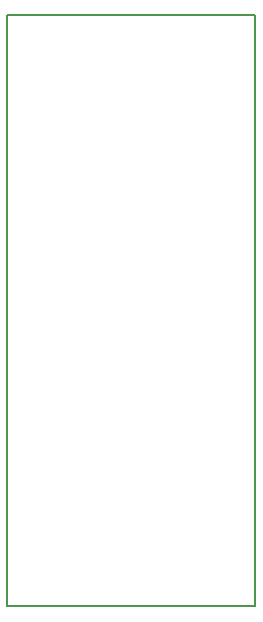
<source format=gko>
G04 Layer_Color=13278208*
%FSLAX24Y24*%
%MOIN*%
G70*
G01*
G75*
%ADD21C,0.0079*%
D21*
X-0Y19685D02*
X8268D01*
Y0D02*
Y19685D01*
X0Y0D02*
X8268D01*
X-0Y19685D02*
X0Y0D01*
M02*

</source>
